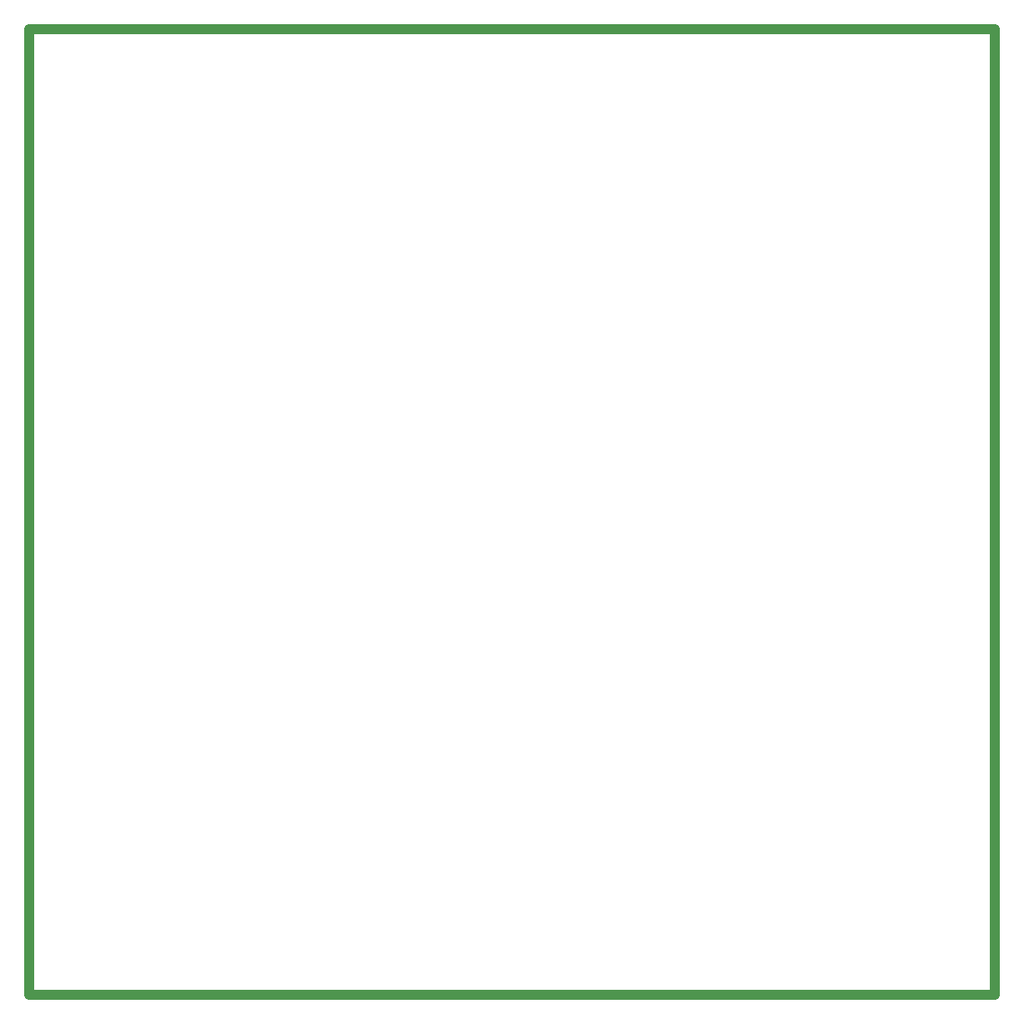
<source format=gko>
G04*
G04 #@! TF.GenerationSoftware,Altium Limited,Altium Designer,21.9.2 (33)*
G04*
G04 Layer_Color=16711935*
%FSTAX24Y24*%
%MOIN*%
G70*
G04*
G04 #@! TF.SameCoordinates,353BE734-12B4-41FD-ADCD-0B3A32D8510F*
G04*
G04*
G04 #@! TF.FilePolarity,Positive*
G04*
G01*
G75*
%ADD17C,0.0394*%
D17*
X01315Y010512D02*
X051732D01*
X01315Y049094D02*
X051732D01*
Y010512D02*
Y049094D01*
X01315Y010512D02*
Y049094D01*
M02*

</source>
